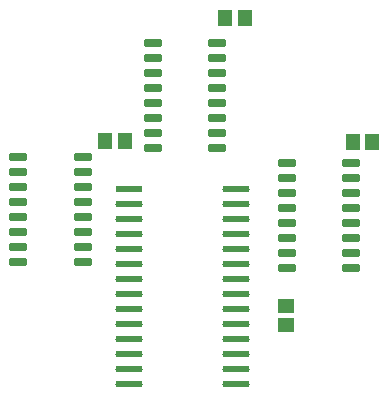
<source format=gtp>
G04*
G04 #@! TF.GenerationSoftware,Altium Limited,Altium Designer,22.7.1 (60)*
G04*
G04 Layer_Color=8421504*
%FSLAX44Y44*%
%MOMM*%
G71*
G04*
G04 #@! TF.SameCoordinates,868842FB-CB56-49F4-92B6-46A9E27D1440*
G04*
G04*
G04 #@! TF.FilePolarity,Positive*
G04*
G01*
G75*
G04:AMPARAMS|DCode=15|XSize=0.6mm|YSize=1.45mm|CornerRadius=0.051mm|HoleSize=0mm|Usage=FLASHONLY|Rotation=90.000|XOffset=0mm|YOffset=0mm|HoleType=Round|Shape=RoundedRectangle|*
%AMROUNDEDRECTD15*
21,1,0.6000,1.3480,0,0,90.0*
21,1,0.4980,1.4500,0,0,90.0*
1,1,0.1020,0.6740,0.2490*
1,1,0.1020,0.6740,-0.2490*
1,1,0.1020,-0.6740,-0.2490*
1,1,0.1020,-0.6740,0.2490*
%
%ADD15ROUNDEDRECTD15*%
G04:AMPARAMS|DCode=16|XSize=2.3028mm|YSize=0.5821mm|CornerRadius=0.2911mm|HoleSize=0mm|Usage=FLASHONLY|Rotation=0.000|XOffset=0mm|YOffset=0mm|HoleType=Round|Shape=RoundedRectangle|*
%AMROUNDEDRECTD16*
21,1,2.3028,0.0000,0,0,0.0*
21,1,1.7207,0.5821,0,0,0.0*
1,1,0.5821,0.8603,0.0000*
1,1,0.5821,-0.8603,0.0000*
1,1,0.5821,-0.8603,0.0000*
1,1,0.5821,0.8603,0.0000*
%
%ADD16ROUNDEDRECTD16*%
%ADD17R,2.3028X0.5821*%
%ADD18R,1.3606X1.1578*%
%ADD19R,1.1578X1.3606*%
D15*
X229870Y307340D02*
D03*
Y320040D02*
D03*
Y332740D02*
D03*
Y345440D02*
D03*
Y358140D02*
D03*
Y370840D02*
D03*
Y383540D02*
D03*
Y396240D02*
D03*
X175370Y307340D02*
D03*
Y320040D02*
D03*
Y332740D02*
D03*
Y345440D02*
D03*
Y358140D02*
D03*
Y370840D02*
D03*
Y383540D02*
D03*
Y396240D02*
D03*
X288980Y294640D02*
D03*
Y281940D02*
D03*
Y269240D02*
D03*
Y256540D02*
D03*
Y243840D02*
D03*
Y231140D02*
D03*
Y218440D02*
D03*
Y205740D02*
D03*
X343480Y294640D02*
D03*
Y281940D02*
D03*
Y269240D02*
D03*
Y256540D02*
D03*
Y243840D02*
D03*
Y231140D02*
D03*
Y218440D02*
D03*
Y205740D02*
D03*
X116150Y210820D02*
D03*
Y223520D02*
D03*
Y236220D02*
D03*
Y248920D02*
D03*
Y261620D02*
D03*
Y274320D02*
D03*
Y287020D02*
D03*
Y299720D02*
D03*
X61650Y210820D02*
D03*
Y223520D02*
D03*
Y236220D02*
D03*
Y248920D02*
D03*
Y261620D02*
D03*
Y274320D02*
D03*
Y287020D02*
D03*
Y299720D02*
D03*
D16*
X245815Y273050D02*
D03*
Y260350D02*
D03*
Y247650D02*
D03*
Y234950D02*
D03*
Y222250D02*
D03*
Y209550D02*
D03*
Y196850D02*
D03*
Y184150D02*
D03*
Y171450D02*
D03*
Y158750D02*
D03*
Y146050D02*
D03*
Y133350D02*
D03*
Y120650D02*
D03*
Y107950D02*
D03*
X155505D02*
D03*
Y120650D02*
D03*
Y133350D02*
D03*
Y146050D02*
D03*
Y158750D02*
D03*
Y171450D02*
D03*
Y184150D02*
D03*
Y196850D02*
D03*
Y209550D02*
D03*
Y222250D02*
D03*
Y234950D02*
D03*
Y247650D02*
D03*
Y260350D02*
D03*
D17*
Y273050D02*
D03*
D18*
X288290Y157446D02*
D03*
Y173990D02*
D03*
D19*
X151782Y313690D02*
D03*
X135238D02*
D03*
X361332Y312420D02*
D03*
X344788D02*
D03*
X253382Y417830D02*
D03*
X236838D02*
D03*
M02*

</source>
